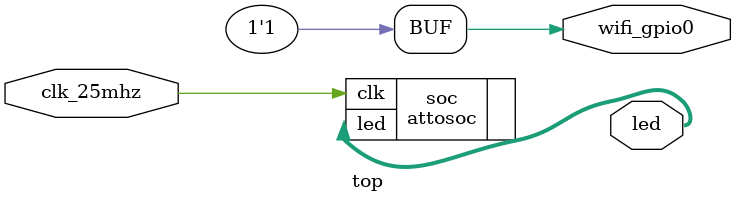
<source format=v>
module top(
	input clk_25mhz,
	output [7:0] led,
	output wifi_gpio0
);

assign wifi_gpio0 = 1'b1;

attosoc soc(
	.clk(clk_25mhz),
	.led(led)
);

endmodule

</source>
